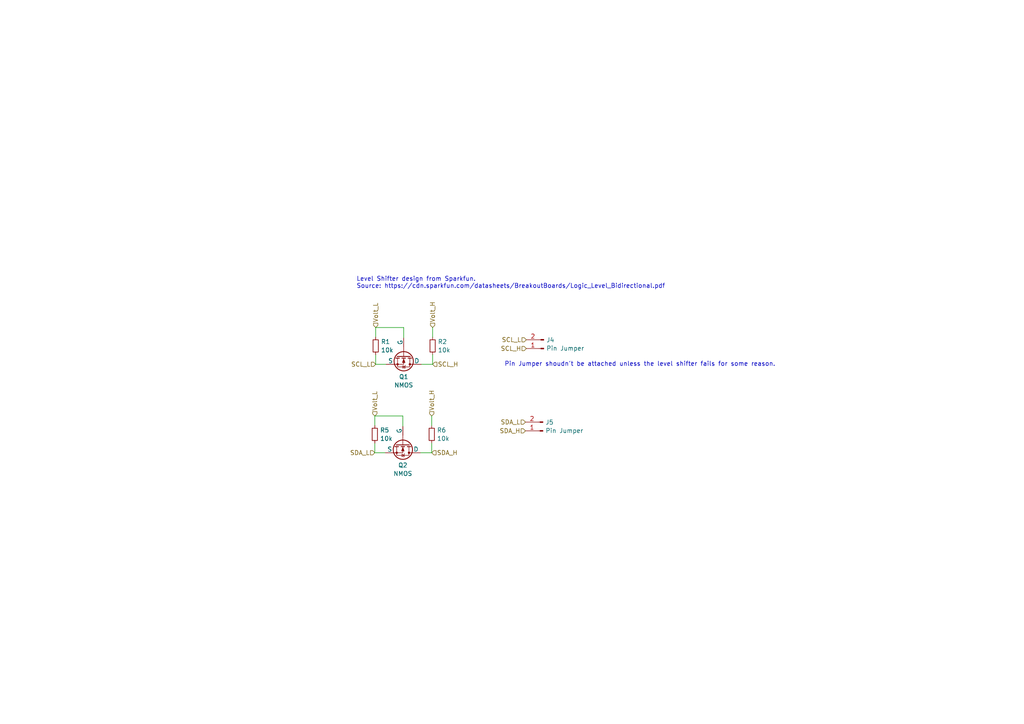
<source format=kicad_sch>
(kicad_sch (version 20230121) (generator eeschema)
  (paper "A4")
  (lib_symbols
    (symbol "Connector:Conn_01x02_Pin" (pin_names (offset 1.016) hide)
      (property "Reference" "J" (at 0 2.54 0))
      (property "Value" "Conn_01x02_Pin" (at 0 -5.08 0))
      (symbol "Conn_01x02_Pin_1_1"
        (polyline (pts (xy 1.27 -2.54) (xy 0.8636 -2.54)) (stroke (width 0.1524)))
        (polyline (pts (xy 1.27 0) (xy 0.8636 0)) (stroke (width 0.1524)))
        (rectangle (start 0.8636 -2.413) (end 0 -2.667) (stroke (width 0.1524)) (fill (type outline)))
        (rectangle (start 0.8636 0.127) (end 0 -0.127) (stroke (width 0.1524)) (fill (type outline)))
        (pin passive line (at 5.08 0 180) (length 3.81) (name "Pin_1") (number "1"))
        (pin passive line (at 5.08 -2.54 180) (length 3.81) (name "Pin_2") (number "2"))
      )
    )
    (symbol "Device:R_Small" (pin_numbers hide) (pin_names (offset 0.254) hide)
      (property "Reference" "R" (at 0.762 0.508 0))
      (property "Value" "R_Small" (at 0.762 -1.016 0))
      (symbol "R_Small_0_1"
        (rectangle (start -0.762 1.778) (end 0.762 -1.778) (stroke (width 0.2032)))
      )
      (symbol "R_Small_1_1"
        (pin passive line (at 0 2.54 270) (length 0.762) (name "~") (number "1"))
        (pin passive line (at 0 -2.54 90) (length 0.762) (name "~") (number "2"))
      )
    )
    (symbol "Simulation_SPICE:NMOS" (pin_numbers hide) (pin_names (offset 0))
      (property "Reference" "Q" (at 5.08 1.27 0))
      (property "Value" "NMOS" (at 5.08 -1.27 0))
      (symbol "NMOS_0_1"
        (polyline (pts (xy 0.254 0) (xy -2.54 0)))
        (polyline (pts (xy 0.254 1.905) (xy 0.254 -1.905)) (stroke (width 0.254)))
        (polyline (pts (xy 0.762 -1.27) (xy 0.762 -2.286)) (stroke (width 0.254)))
        (polyline (pts (xy 0.762 0.508) (xy 0.762 -0.508)) (stroke (width 0.254)))
        (polyline (pts (xy 0.762 2.286) (xy 0.762 1.27)) (stroke (width 0.254)))
        (polyline (pts (xy 2.54 2.54) (xy 2.54 1.778)))
        (polyline (pts (xy 2.54 -2.54) (xy 2.54 0) (xy 0.762 0)))
        (polyline (pts (xy 0.762 -1.778) (xy 3.302 -1.778) (xy 3.302 1.778) (xy 0.762 1.778)))
        (polyline (pts (xy 1.016 0) (xy 2.032 0.381) (xy 2.032 -0.381) (xy 1.016 0)) (fill (type outline)))
        (polyline (pts (xy 2.794 0.508) (xy 2.921 0.381) (xy 3.683 0.381) (xy 3.81 0.254)))
        (polyline (pts (xy 3.302 0.381) (xy 2.921 -0.254) (xy 3.683 -0.254) (xy 3.302 0.381)))
        (circle (center 1.651 0) (radius 2.794) (stroke (width 0.254)))
        (circle (center 2.54 -1.778) (radius 0.254) (fill (type outline)))
        (circle (center 2.54 1.778) (radius 0.254) (fill (type outline)))
      )
      (symbol "NMOS_1_1"
        (pin passive line (at 2.54 5.08 270) (length 2.54) (name "D") (number "1"))
        (pin input line (at -5.08 0 0) (length 2.54) (name "G") (number "2"))
        (pin passive line (at 2.54 -5.08 90) (length 2.54) (name "S") (number "3"))
      )
    )
  )
  (wire (pts (xy 117.094 94.996) (xy 108.966 94.996)))
  (wire (pts (xy 125.222 128.524) (xy 125.222 131.318)))
  (wire (pts (xy 125.476 102.87) (xy 125.476 105.664)))
  (wire (pts (xy 108.712 120.65) (xy 108.712 123.444)))
  (wire (pts (xy 125.476 94.996) (xy 125.476 97.79)))
  (wire (pts (xy 125.476 105.664) (xy 122.174 105.664)))
  (wire (pts (xy 125.222 131.318) (xy 121.92 131.318)))
  (wire (pts (xy 108.966 94.996) (xy 108.966 97.79)))
  (wire (pts (xy 116.84 123.698) (xy 116.84 120.65)))
  (wire (pts (xy 108.966 105.664) (xy 108.966 102.87)))
  (wire (pts (xy 117.094 98.044) (xy 117.094 94.996)))
  (wire (pts (xy 111.76 131.318) (xy 108.712 131.318)))
  (wire (pts (xy 112.014 105.664) (xy 108.966 105.664)))
  (wire (pts (xy 116.84 120.65) (xy 108.712 120.65)))
  (wire (pts (xy 108.712 131.318) (xy 108.712 128.524)))
  (wire (pts (xy 125.222 120.65) (xy 125.222 123.444)))
  (text "Level Shifter design from Sparkfun.\nSource: https://cdn.sparkfun.com/datasheets/BreakoutBoards/Logic_Level_Bidirectional.pdf" (at 103.378 83.82 0) (effects (font (size 1.27 1.27)) (justify left bottom)))
  (text "Pin Jumper shoudn't be attached unless the level shifter fails for some reason." (at 146.304 106.426 0) (effects (font (size 1.27 1.27)) (justify left bottom)))
  (hierarchical_label "Volt_L" (shape input) (at 108.966 94.996 90))
  (hierarchical_label "SDA_H" (shape input) (at 152.4 124.968 180))
  (hierarchical_label "Volt_L" (shape input) (at 108.712 120.65 90))
  (hierarchical_label "SCL_H" (shape input) (at 152.654 101.092 180))
  (hierarchical_label "Volt_H" (shape input) (at 125.222 120.65 90))
  (hierarchical_label "SCL_L" (shape input) (at 152.654 98.552 180))
  (hierarchical_label "SDA_L" (shape input) (at 108.712 131.318 180))
  (hierarchical_label "SDA_H" (shape input) (at 125.222 131.318 0))
  (hierarchical_label "SCL_H" (shape input) (at 125.476 105.664 0))
  (hierarchical_label "SDA_L" (shape input) (at 152.4 122.428 180))
  (hierarchical_label "SCL_L" (shape input) (at 108.966 105.664 180))
  (hierarchical_label "Volt_H" (shape input) (at 125.476 94.996 90))
  (symbol (lib_id "Device:R_Small") (at 108.712 125.984 0) (unit 1)
    (property "Reference" "R5" (at 110.2106 124.7719 0) (effects (justify left)))
    (property "Value" "10k" (at 110.2106 127.1961 0) (effects (justify left)))
  )
  (symbol (lib_id "Simulation_SPICE:NMOS") (at 117.094 103.124 270) (unit 1)
    (property "Reference" "Q1" (at 117.094 109.2891 90))
    (property "Value" "NMOS" (at 117.094 111.7133 90))
    (property "Datasheet" "https://ngspice.sourceforge.io/docs/ngspice-manual.pdf" (effects hide))
    (property "Sim.Device" "NMOS" (effects hide))
    (property "Sim.Type" "VDMOS" (effects hide))
    (property "Sim.Pins" "1=D 2=G 3=S" (effects hide))
  )
  (symbol (lib_id "Device:R_Small") (at 108.966 100.33 0) (unit 1)
    (property "Reference" "R1" (at 110.4646 99.1179 0) (effects (justify left)))
    (property "Value" "10k" (at 110.4646 101.5421 0) (effects (justify left)))
  )
  (symbol (lib_id "Device:R_Small") (at 125.222 125.984 0) (unit 1)
    (property "Reference" "R6" (at 126.7206 124.7719 0) (effects (justify left)))
    (property "Value" "10k" (at 126.7206 127.1961 0) (effects (justify left)))
  )
  (symbol (lib_id "Connector:Conn_01x02_Pin") (at 157.734 101.092 180) (unit 1)
    (property "Reference" "J4" (at 158.4452 98.6099 0) (effects (justify right)))
    (property "Value" "Pin Jumper" (at 158.4452 101.0341 0) (effects (justify right)))
  )
  (symbol (lib_id "Device:R_Small") (at 125.476 100.33 0) (unit 1)
    (property "Reference" "R2" (at 126.9746 99.1179 0) (effects (justify left)))
    (property "Value" "10k" (at 126.9746 101.5421 0) (effects (justify left)))
  )
  (symbol (lib_id "Connector:Conn_01x02_Pin") (at 157.48 124.968 180) (unit 1)
    (property "Reference" "J5" (at 158.1912 122.4859 0) (effects (justify right)))
    (property "Value" "Pin Jumper" (at 158.1912 124.9101 0) (effects (justify right)))
  )
  (symbol (lib_id "Simulation_SPICE:NMOS") (at 116.84 128.778 270) (unit 1)
    (property "Reference" "Q2" (at 116.84 134.9431 90))
    (property "Value" "NMOS" (at 116.84 137.3673 90))
    (property "Datasheet" "https://ngspice.sourceforge.io/docs/ngspice-manual.pdf" (effects hide))
    (property "Sim.Device" "NMOS" (effects hide))
    (property "Sim.Type" "VDMOS" (effects hide))
    (property "Sim.Pins" "1=D 2=G 3=S" (effects hide))
  )
)
</source>
